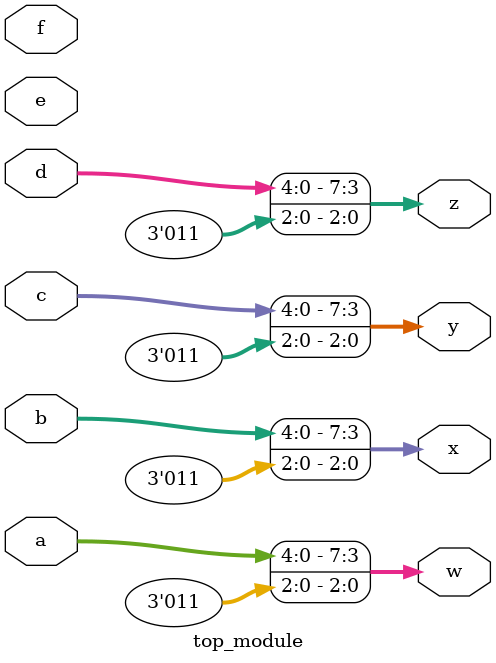
<source format=sv>
module top_module (
    input [4:0] a,
    input [4:0] b,
    input [4:0] c,
    input [4:0] d,
    input [4:0] e,
    input [4:0] f,
    output [7:0] w,
    output [7:0] x,
    output [7:0] y,
    output [7:0] z
);

    // Concatenate inputs with 2'b11 and assign to outputs
    assign w = {a, 3'b011};
    assign x = {b, 3'b011};
    assign y = {c, 3'b011};
    assign z = {d, 3'b011};

endmodule

</source>
